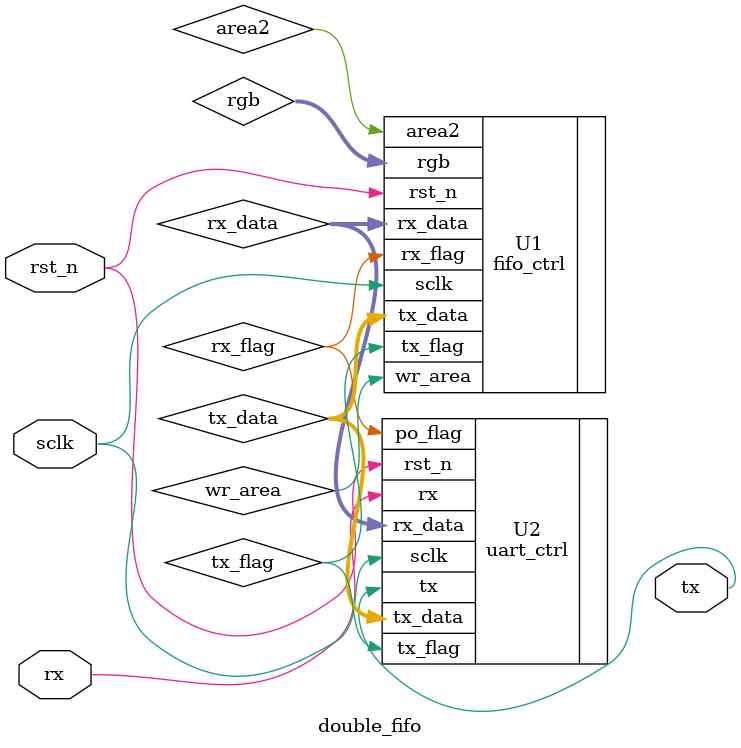
<source format=v>
module double_fifo(
    input        wire        sclk,
    input        wire        rst_n,
    input        wire        rx,
    output       wire        tx
);

wire        rx_flag;
wire [7:0]  rx_data;
wire        tx_flag;
wire [7:0]  tx_data;
wire        area2;
wire        wr_area;
wire [7:0]  rgb;

// fifo_ctrl - °üº¬ËùÓÐ¶Ë¿Ú
fifo_ctrl U1(
    .sclk    (sclk    ),
    .rst_n   (rst_n   ),
    .rx_flag (rx_flag ),
    .rx_data (rx_data ),
    .area2   (area2   ),
    .wr_area (wr_area ),
    .rgb     (rgb     ),
    .tx_flag (tx_flag ),
    .tx_data (tx_data )
);

// uart_ctrl
uart_ctrl U2(
    .sclk    (sclk    ),
    .rst_n   (rst_n   ), 
    .rx      (rx      ),
    .tx_flag (tx_flag ),
    .tx_data (tx_data ),
    .po_flag (rx_flag ),
    .rx_data (rx_data ),
    .tx      (tx      )
);

endmodule
</source>
